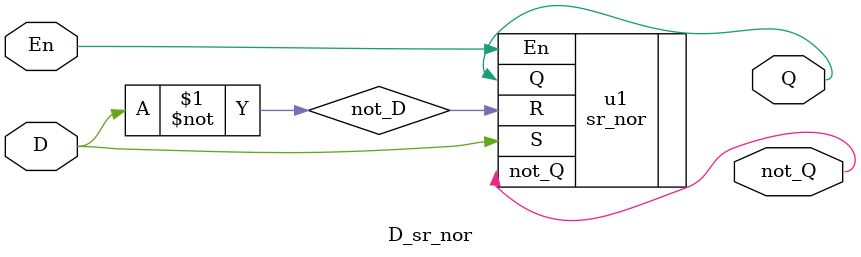
<source format=v>
module D_sr_nor(D,En,Q,not_Q);

input D,En;
output Q,not_Q;

wire not_D;

not u0(not_D,D);
sr_nor u1(.S(D),.R(not_D),.En(En),.Q(Q),.not_Q(not_Q));
endmodule
</source>
